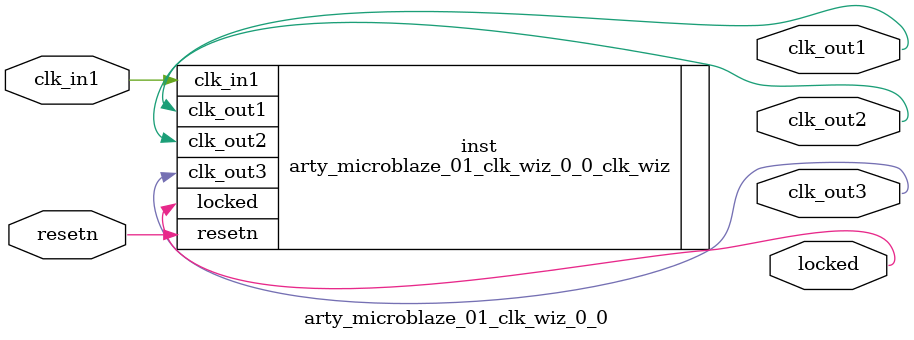
<source format=v>


`timescale 1ps/1ps

(* CORE_GENERATION_INFO = "arty_microblaze_01_clk_wiz_0_0,clk_wiz_v6_0_4_0_0,{component_name=arty_microblaze_01_clk_wiz_0_0,use_phase_alignment=true,use_min_o_jitter=false,use_max_i_jitter=false,use_dyn_phase_shift=false,use_inclk_switchover=false,use_dyn_reconfig=false,enable_axi=0,feedback_source=FDBK_AUTO,PRIMITIVE=MMCM,num_out_clk=3,clkin1_period=10.000,clkin2_period=10.000,use_power_down=false,use_reset=true,use_locked=true,use_inclk_stopped=false,feedback_type=SINGLE,CLOCK_MGR_TYPE=NA,manual_override=false}" *)

module arty_microblaze_01_clk_wiz_0_0 
 (
  // Clock out ports
  output        clk_out1,
  output        clk_out2,
  output        clk_out3,
  // Status and control signals
  input         resetn,
  output        locked,
 // Clock in ports
  input         clk_in1
 );

  arty_microblaze_01_clk_wiz_0_0_clk_wiz inst
  (
  // Clock out ports  
  .clk_out1(clk_out1),
  .clk_out2(clk_out2),
  .clk_out3(clk_out3),
  // Status and control signals               
  .resetn(resetn), 
  .locked(locked),
 // Clock in ports
  .clk_in1(clk_in1)
  );

endmodule

</source>
